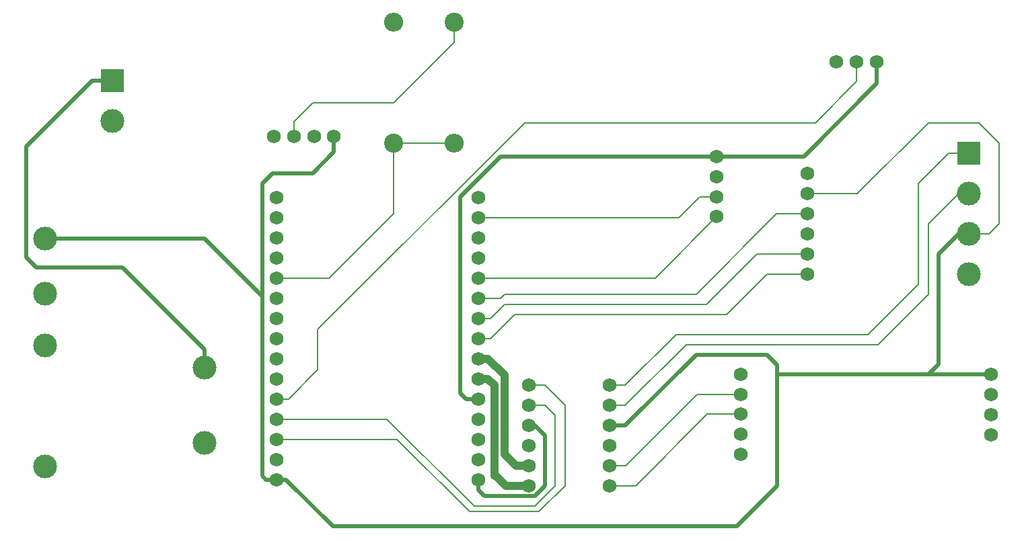
<source format=gbr>
%TF.GenerationSoftware,KiCad,Pcbnew,8.0.4*%
%TF.CreationDate,2024-11-11T21:26:13-05:00*%
%TF.ProjectId,Calidad_aire,43616c69-6461-4645-9f61-6972652e6b69,rev?*%
%TF.SameCoordinates,Original*%
%TF.FileFunction,Soldermask,Bot*%
%TF.FilePolarity,Negative*%
%FSLAX46Y46*%
G04 Gerber Fmt 4.6, Leading zero omitted, Abs format (unit mm)*
G04 Created by KiCad (PCBNEW 8.0.4) date 2024-11-11 21:26:13*
%MOMM*%
%LPD*%
G01*
G04 APERTURE LIST*
%ADD10C,3.000000*%
%ADD11R,3.000000X3.000000*%
%ADD12C,1.734000*%
%ADD13C,2.400000*%
%ADD14O,2.400000X2.400000*%
%TA.AperFunction,ComponentPad*%
%ADD15C,3.000000*%
%TD*%
%TA.AperFunction,ComponentPad*%
%ADD16R,3.000000X3.000000*%
%TD*%
%TA.AperFunction,ComponentPad*%
%ADD17C,1.530000*%
%TD*%
%TA.AperFunction,ComponentPad*%
%ADD18C,2.400000*%
%TD*%
%TA.AperFunction,ComponentPad*%
%ADD19O,2.400000X2.400000*%
%TD*%
%TA.AperFunction,Conductor*%
%ADD20C,0.500000*%
%TD*%
%TA.AperFunction,Conductor*%
%ADD21C,0.200000*%
%TD*%
%TA.AperFunction,Conductor*%
%ADD22C,1.000000*%
%TD*%
G04 APERTURE END LIST*
D10*
%TO.C,U3*%
X148375000Y-108175000D03*
X148375000Y-115075000D03*
X148375000Y-121575000D03*
X148375000Y-136875000D03*
X168475000Y-124375000D03*
X168475000Y-133875000D03*
%TD*%
D11*
%TO.C,BT1*%
X156845000Y-88265000D03*
D10*
X156845000Y-93345000D03*
%TD*%
D12*
%TO.C,A1*%
X184745000Y-95250000D03*
X177165000Y-95250000D03*
X179705000Y-95250000D03*
X182245000Y-95250000D03*
%TD*%
D11*
%TO.C,A2*%
X264635000Y-97380000D03*
D10*
X264635000Y-102460000D03*
X264635000Y-107540000D03*
X264635000Y-112620000D03*
%TD*%
D12*
%TO.C,A4*%
X232885000Y-105370000D03*
X232885000Y-102870000D03*
X232885000Y-97790000D03*
X232885000Y-100330000D03*
%TD*%
D13*
%TO.C,R1*%
X199865000Y-80870000D03*
D14*
X199865000Y-96110000D03*
%TD*%
D12*
%TO.C,J1*%
X244315000Y-102500000D03*
X244315000Y-112620000D03*
X244315000Y-107540000D03*
X244315000Y-110080000D03*
X244315000Y-105040000D03*
X244315000Y-99960000D03*
%TD*%
D13*
%TO.C,R2*%
X192245000Y-96110000D03*
D14*
X192245000Y-80870000D03*
%TD*%
D12*
%TO.C,A3*%
X267470000Y-132850000D03*
X267470000Y-130310000D03*
X235990000Y-135360000D03*
X235990000Y-132820000D03*
X235990000Y-125240000D03*
X235990000Y-127780000D03*
X235990000Y-130280000D03*
X267470000Y-125230000D03*
X267470000Y-127770000D03*
%TD*%
%TO.C,U2*%
X209265000Y-134210000D03*
X219425000Y-131710000D03*
X219425000Y-126630000D03*
X219425000Y-129170000D03*
X219425000Y-136750000D03*
X219425000Y-139290000D03*
X219425000Y-134210000D03*
X209265000Y-139290000D03*
X209265000Y-136750000D03*
X209265000Y-129130000D03*
X209265000Y-126590000D03*
X209265000Y-131670000D03*
%TD*%
%TO.C,A5*%
X253075000Y-85900000D03*
X250535000Y-85900000D03*
X247995000Y-85900000D03*
%TD*%
%TO.C,U1*%
X177560000Y-102940000D03*
X177560000Y-105480000D03*
X177560000Y-108020000D03*
X177560000Y-110560000D03*
X177560000Y-113100000D03*
X177560000Y-115640000D03*
X177560000Y-118180000D03*
X177560000Y-120720000D03*
X177560000Y-123260000D03*
X177560000Y-125800000D03*
X177560000Y-128340000D03*
X177560000Y-130880000D03*
X177560000Y-133420000D03*
X177560000Y-135960000D03*
X177560000Y-138500000D03*
X202960000Y-138500000D03*
X202960000Y-135960000D03*
X202960000Y-133420000D03*
X202960000Y-130880000D03*
X202960000Y-128340000D03*
X202960000Y-125800000D03*
X202960000Y-123260000D03*
X202960000Y-120720000D03*
X202960000Y-118180000D03*
X202960000Y-115640000D03*
X202960000Y-113100000D03*
X202960000Y-110560000D03*
X202960000Y-108020000D03*
X202960000Y-105480000D03*
X202960000Y-102940000D03*
%TD*%
D15*
%TO.P,U3,1,VOUT+*%
%TO.N,5V*%
X148375000Y-108175000D03*
%TO.P,U3,2,VOUT-*%
%TO.N,GND*%
X148375000Y-115075000D03*
%TO.P,U3,3,IN+*%
%TO.N,unconnected-(U3-IN+-Pad3)*%
X148375000Y-121575000D03*
%TO.P,U3,4,IN-*%
%TO.N,unconnected-(U3-IN--Pad4)*%
X148375000Y-136875000D03*
%TO.P,U3,5,BAT+*%
%TO.N,Net-(BT1-+)*%
X168475000Y-124375000D03*
%TO.P,U3,6,BAT-*%
%TO.N,GND*%
X168475000Y-133875000D03*
%TD*%
D16*
%TO.P,BT1,1,+*%
%TO.N,Net-(BT1-+)*%
X156845000Y-88265000D03*
D15*
%TO.P,BT1,2,-*%
%TO.N,GND*%
X156845000Y-93345000D03*
%TD*%
D17*
%TO.P,A1,1,5V*%
%TO.N,5V*%
X184745000Y-95250000D03*
%TO.P,A1,2,GND*%
%TO.N,GND*%
X177165000Y-95250000D03*
%TO.P,A1,3,DO*%
%TO.N,Net-(A1-DO)*%
X179705000Y-95250000D03*
%TO.P,A1,4,AO*%
%TO.N,unconnected-(A1-AO-Pad4)*%
X182245000Y-95250000D03*
%TD*%
D16*
%TO.P,A2,1,RX*%
%TO.N,TX0_5V*%
X264635000Y-97380000D03*
D15*
%TO.P,A2,2,TX*%
%TO.N,RX0_5V*%
X264635000Y-102460000D03*
%TO.P,A2,3,5V*%
%TO.N,5V*%
X264635000Y-107540000D03*
%TO.P,A2,4,GND*%
%TO.N,GND*%
X264635000Y-112620000D03*
%TD*%
D17*
%TO.P,A4,1,SDA*%
%TO.N,SDA*%
X232885000Y-105370000D03*
%TO.P,A4,2,SCK*%
%TO.N,SCK*%
X232885000Y-102870000D03*
%TO.P,A4,3,VCC*%
%TO.N,3.3V*%
X232885000Y-97790000D03*
%TO.P,A4,4,GND*%
%TO.N,GND*%
X232885000Y-100330000D03*
%TD*%
D18*
%TO.P,R1,1*%
%TO.N,Net-(A1-DO)*%
X199865000Y-80870000D03*
D19*
%TO.P,R1,2*%
%TO.N,AO_MQ_135*%
X199865000Y-96110000D03*
%TD*%
D17*
%TO.P,J1,1,5V*%
%TO.N,5V*%
X244315000Y-102500000D03*
%TO.P,J1,2,CS*%
%TO.N,SD_SS*%
X244315000Y-112620000D03*
%TO.P,J1,3,MOSI*%
%TO.N,SD_MOSI*%
X244315000Y-107540000D03*
%TO.P,J1,4,CLK*%
%TO.N,SD_CLK*%
X244315000Y-110080000D03*
%TO.P,J1,5,MISO*%
%TO.N,SD_MISO*%
X244315000Y-105040000D03*
%TO.P,J1,6,GND*%
%TO.N,GND*%
X244315000Y-99960000D03*
%TD*%
D18*
%TO.P,R2,1*%
%TO.N,AO_MQ_135*%
X192245000Y-96110000D03*
D19*
%TO.P,R2,2*%
%TO.N,GND*%
X192245000Y-80870000D03*
%TD*%
D17*
%TO.P,A3,*%
%TO.N,*%
X267470000Y-132850000D03*
X267470000Y-130310000D03*
X235990000Y-135360000D03*
X235990000Y-132820000D03*
X235990000Y-125240000D03*
%TO.P,A3,1,RX*%
%TO.N,TX2_5V*%
X235990000Y-127780000D03*
%TO.P,A3,2,TX*%
%TO.N,RX2_5V*%
X235990000Y-130280000D03*
%TO.P,A3,3,5V*%
%TO.N,5V*%
X267470000Y-125230000D03*
%TO.P,A3,4,GND*%
%TO.N,GND*%
X267470000Y-127770000D03*
%TD*%
%TO.P,U2,*%
%TO.N,*%
X209265000Y-134210000D03*
%TO.P,U2,1,VCCA*%
%TO.N,5V*%
X219425000Y-131710000D03*
%TO.P,U2,2,A1*%
%TO.N,TX0_5V*%
X219425000Y-126630000D03*
%TO.P,U2,3,A2*%
%TO.N,RX0_5V*%
X219425000Y-129170000D03*
%TO.P,U2,4,A3*%
%TO.N,TX2_5V*%
X219425000Y-136750000D03*
%TO.P,U2,5,A4*%
%TO.N,RX2_5V*%
X219425000Y-139290000D03*
%TO.P,U2,7,GND*%
%TO.N,GND*%
X219425000Y-134210000D03*
%TO.P,U2,10,B4*%
%TO.N,RX2_3V*%
X209265000Y-139290000D03*
%TO.P,U2,11,B3*%
%TO.N,TX2_3V*%
X209265000Y-136750000D03*
%TO.P,U2,12,B2*%
%TO.N,RX0_3V*%
X209265000Y-129130000D03*
%TO.P,U2,13,B1*%
%TO.N,TX0_3V*%
X209265000Y-126590000D03*
%TO.P,U2,14,VCCB*%
%TO.N,3.3V*%
X209265000Y-131670000D03*
%TD*%
%TO.P,A5,1,VDD*%
%TO.N,3.3V*%
X253075000Y-85900000D03*
%TO.P,A5,2,DATA*%
%TO.N,DHT_22*%
X250535000Y-85900000D03*
%TO.P,A5,3,GND*%
%TO.N,GND*%
X247995000Y-85900000D03*
%TD*%
%TO.P,U1,1,EN*%
%TO.N,unconnected-(U1-EN-Pad1)*%
X177560000Y-102940000D03*
%TO.P,U1,2,GPIO36_ADC-CH0_SENS-VP_RTC-GPIO0*%
%TO.N,unconnected-(U1-GPIO36_ADC-CH0_SENS-VP_RTC-GPIO0-Pad2)*%
X177560000Y-105480000D03*
%TO.P,U1,3,GPIO39_ADC1-CH3_SENS-VN_RTC-GPIO3*%
%TO.N,unconnected-(U1-GPIO39_ADC1-CH3_SENS-VN_RTC-GPIO3-Pad3)*%
X177560000Y-108020000D03*
%TO.P,U1,4,GPIO34_ADC1-CH6_RTC-GPIO4*%
%TO.N,unconnected-(U1-GPIO34_ADC1-CH6_RTC-GPIO4-Pad4)*%
X177560000Y-110560000D03*
%TO.P,U1,5,GPIO35_ADC1-CH7_RTC-GPIO5*%
%TO.N,AO_MQ_135*%
X177560000Y-113100000D03*
%TO.P,U1,6,GPIO32_ADC1-CH4_RTC-GPIO9*%
%TO.N,unconnected-(U1-GPIO32_ADC1-CH4_RTC-GPIO9-Pad6)*%
X177560000Y-115640000D03*
%TO.P,U1,7,GPIO33_ADC1-CH5_RTC-GPIO8*%
%TO.N,unconnected-(U1-GPIO33_ADC1-CH5_RTC-GPIO8-Pad7)*%
X177560000Y-118180000D03*
%TO.P,U1,8,GPIO25_ADC2-CH8_DAC1_RTC-GPIO6*%
%TO.N,unconnected-(U1-GPIO25_ADC2-CH8_DAC1_RTC-GPIO6-Pad8)*%
X177560000Y-120720000D03*
%TO.P,U1,9,GPIO26_ADC2-CH9_DAC2_RTC-GPIO7*%
%TO.N,unconnected-(U1-GPIO26_ADC2-CH9_DAC2_RTC-GPIO7-Pad9)*%
X177560000Y-123260000D03*
%TO.P,U1,10,GPIO27_ADC2-CH7_RTC-GPIO17*%
%TO.N,unconnected-(U1-GPIO27_ADC2-CH7_RTC-GPIO17-Pad10)*%
X177560000Y-125800000D03*
%TO.P,U1,11,GPIO14_ADC2-CH6_HSPI-CLK_RTC-GPIO16*%
%TO.N,DHT_22*%
X177560000Y-128340000D03*
%TO.P,U1,12,GPIO12_ADC2-CH5_HSPI-MISO_RTC-GPIO15*%
%TO.N,RX0_3V*%
X177560000Y-130880000D03*
%TO.P,U1,13,GPIO13_ADC2-CH4_HSPI-MOSI_RTC-GPIO14*%
%TO.N,TX0_3V*%
X177560000Y-133420000D03*
%TO.P,U1,14,GND*%
%TO.N,GND*%
X177560000Y-135960000D03*
%TO.P,U1,15,VIN*%
%TO.N,5V*%
X177560000Y-138500000D03*
%TO.P,U1,16,3V3*%
%TO.N,3.3V*%
X202960000Y-138500000D03*
%TO.P,U1,17,GND*%
%TO.N,unconnected-(U1-GND-Pad17)*%
X202960000Y-135960000D03*
%TO.P,U1,18,GPIO15_ADC2-CH3_HSPI-CS0_RTC-GPIO13*%
%TO.N,unconnected-(U1-GPIO15_ADC2-CH3_HSPI-CS0_RTC-GPIO13-Pad18)*%
X202960000Y-133420000D03*
%TO.P,U1,19,GPIO2_ADC2-CH2_RTC-GPIO12*%
%TO.N,unconnected-(U1-GPIO2_ADC2-CH2_RTC-GPIO12-Pad19)*%
X202960000Y-130880000D03*
%TO.P,U1,20,GPIO4_ADC2-CH0_RTC-GPIO10*%
%TO.N,3.3V*%
X202960000Y-128340000D03*
%TO.P,U1,21,GPIO16_UART2-RX*%
%TO.N,RX2_3V*%
X202960000Y-125800000D03*
%TO.P,U1,22,GPIO17_UART2-TX*%
%TO.N,TX2_3V*%
X202960000Y-123260000D03*
%TO.P,U1,23,GPIO5_VSPI-CS0*%
%TO.N,SD_SS*%
X202960000Y-120720000D03*
%TO.P,U1,24,GPIO18_VSPI-CLK*%
%TO.N,SD_CLK*%
X202960000Y-118180000D03*
%TO.P,U1,25,GPIO19_VSPI-MISO*%
%TO.N,SD_MISO*%
X202960000Y-115640000D03*
%TO.P,U1,26,GPIO21_I2C-SDA*%
%TO.N,SDA*%
X202960000Y-113100000D03*
%TO.P,U1,27,GPIO3__UART0-RX*%
%TO.N,unconnected-(U1-GPIO3__UART0-RX-Pad27)*%
X202960000Y-110560000D03*
%TO.P,U1,28,GPIO1_UART0-TX*%
%TO.N,unconnected-(U1-GPIO1_UART0-TX-Pad28)*%
X202960000Y-108020000D03*
%TO.P,U1,29,GPIO22_I2C-SCL*%
%TO.N,SCK*%
X202960000Y-105480000D03*
%TO.P,U1,30,GPIO23_VSPI-MOSI*%
%TO.N,SD_MOSI*%
X202960000Y-102940000D03*
%TD*%
D20*
%TO.N,3.3V*%
X201365000Y-128340000D02*
X202960000Y-128340000D01*
X200660000Y-127635000D02*
X201365000Y-128340000D01*
X200660000Y-102870000D02*
X200660000Y-127635000D01*
X205740000Y-97790000D02*
X200660000Y-102870000D01*
X232885000Y-97790000D02*
X205740000Y-97790000D01*
%TO.N,Net-(BT1-+)*%
X158115000Y-111760000D02*
X168475000Y-122120000D01*
X168475000Y-122120000D02*
X168475000Y-124375000D01*
X147320000Y-111760000D02*
X158115000Y-111760000D01*
X146050000Y-110490000D02*
X147320000Y-111760000D01*
X154305000Y-88265000D02*
X146050000Y-96520000D01*
X146050000Y-96520000D02*
X146050000Y-110490000D01*
X156845000Y-88265000D02*
X154305000Y-88265000D01*
%TO.N,5V*%
X175735000Y-115410000D02*
X175735000Y-115570000D01*
X175735000Y-115570000D02*
X175735000Y-138020000D01*
X175735000Y-101190000D02*
X175735000Y-115570000D01*
X148375000Y-108175000D02*
X168500000Y-108175000D01*
X168500000Y-108175000D02*
X175735000Y-115410000D01*
D21*
%TO.N,RX0_3V*%
X211295000Y-129130000D02*
X209265000Y-129130000D01*
X212565000Y-130400000D02*
X211295000Y-129130000D01*
X202405000Y-141830000D02*
X210025000Y-141830000D01*
X191455000Y-130880000D02*
X202405000Y-141830000D01*
X177560000Y-130880000D02*
X191455000Y-130880000D01*
X210025000Y-141830000D02*
X212565000Y-139290000D01*
X212565000Y-139290000D02*
X212565000Y-130400000D01*
%TO.N,TX0_3V*%
X201855000Y-142550000D02*
X192725000Y-133420000D01*
X192725000Y-133420000D02*
X177560000Y-133420000D01*
X210575000Y-142550000D02*
X201855000Y-142550000D01*
X213835000Y-129130000D02*
X213835000Y-139290000D01*
X213835000Y-139290000D02*
X210575000Y-142550000D01*
X211295000Y-126590000D02*
X213835000Y-129130000D01*
X209265000Y-126590000D02*
X211295000Y-126590000D01*
%TO.N,DHT_22*%
X245325000Y-93570000D02*
X208755000Y-93570000D01*
X250535000Y-88360000D02*
X245325000Y-93570000D01*
X177560000Y-128340000D02*
X179065000Y-128340000D01*
X179065000Y-128340000D02*
X182720000Y-124685000D01*
X250535000Y-85900000D02*
X250535000Y-88360000D01*
X208755000Y-93570000D02*
X182720000Y-119605000D01*
X182720000Y-124685000D02*
X182720000Y-119605000D01*
%TO.N,TX2_5V*%
X219425000Y-136750000D02*
X221455000Y-136750000D01*
X230425000Y-127780000D02*
X235990000Y-127780000D01*
X221455000Y-136750000D02*
X230425000Y-127780000D01*
%TO.N,SDA*%
X225155000Y-113100000D02*
X202960000Y-113100000D01*
X232885000Y-105370000D02*
X225155000Y-113100000D01*
%TO.N,SD_SS*%
X204465000Y-120720000D02*
X202960000Y-120720000D01*
X244315000Y-112620000D02*
X239235000Y-112620000D01*
X234155000Y-117700000D02*
X207485000Y-117700000D01*
X207485000Y-117700000D02*
X204465000Y-120720000D01*
X239235000Y-112620000D02*
X234155000Y-117700000D01*
D20*
%TO.N,3.3V*%
X253075000Y-85900000D02*
X253075000Y-88620000D01*
X211295000Y-132940000D02*
X211295000Y-139290000D01*
X203675000Y-140560000D02*
X202960000Y-139845000D01*
X210025000Y-140560000D02*
X203675000Y-140560000D01*
X253075000Y-88620000D02*
X243905000Y-97790000D01*
X209265000Y-131670000D02*
X210025000Y-131670000D01*
X202960000Y-139845000D02*
X202960000Y-138500000D01*
X211295000Y-139290000D02*
X210025000Y-140560000D01*
X243905000Y-97790000D02*
X232885000Y-97790000D01*
X210025000Y-131670000D02*
X211295000Y-132940000D01*
D21*
%TO.N,TX0_5V*%
X227805000Y-120240000D02*
X221415000Y-126630000D01*
X264635000Y-97380000D02*
X262095000Y-97380000D01*
X251935000Y-120240000D02*
X240505000Y-120240000D01*
X240505000Y-120240000D02*
X227805000Y-120240000D01*
X258285000Y-101190000D02*
X258285000Y-113890000D01*
X221415000Y-126630000D02*
X219425000Y-126630000D01*
X258285000Y-113890000D02*
X251935000Y-120240000D01*
X262095000Y-97380000D02*
X258285000Y-101190000D01*
%TO.N,RX2_5V*%
X219425000Y-139290000D02*
X222725000Y-139290000D01*
X231735000Y-130280000D02*
X235990000Y-130280000D01*
X222725000Y-139290000D02*
X231735000Y-130280000D01*
%TO.N,SD_MISO*%
X206215000Y-115160000D02*
X205735000Y-115640000D01*
X205735000Y-115640000D02*
X202960000Y-115640000D01*
X240465000Y-105040000D02*
X230345000Y-115160000D01*
X244315000Y-105040000D02*
X240465000Y-105040000D01*
X230345000Y-115160000D02*
X206215000Y-115160000D01*
%TO.N,SD_CLK*%
X237965000Y-110080000D02*
X231615000Y-116430000D01*
X204465000Y-118180000D02*
X202960000Y-118180000D01*
X231615000Y-116430000D02*
X206215000Y-116430000D01*
X244315000Y-110080000D02*
X237965000Y-110080000D01*
X206215000Y-116430000D02*
X204465000Y-118180000D01*
%TO.N,SCK*%
X232885000Y-102870000D02*
X230755000Y-102870000D01*
X228145000Y-105480000D02*
X202960000Y-105480000D01*
X230755000Y-102870000D02*
X228145000Y-105480000D01*
%TO.N,RX0_5V*%
X263365000Y-102460000D02*
X259555000Y-106270000D01*
X229075000Y-121510000D02*
X221415000Y-129170000D01*
X221415000Y-129170000D02*
X219425000Y-129170000D01*
X259555000Y-115160000D02*
X253205000Y-121510000D01*
X253205000Y-121510000D02*
X240505000Y-121510000D01*
X259555000Y-106270000D02*
X259555000Y-115160000D01*
X240505000Y-121510000D02*
X229075000Y-121510000D01*
X264635000Y-102460000D02*
X263365000Y-102460000D01*
D20*
%TO.N,5V*%
X260825000Y-123960000D02*
X259555000Y-125230000D01*
X221415000Y-131710000D02*
X230345000Y-122780000D01*
D21*
X250625000Y-102500000D02*
X244315000Y-102500000D01*
D20*
X240505000Y-139290000D02*
X235425000Y-144370000D01*
D21*
X268445000Y-106270000D02*
X268445000Y-96110000D01*
X267175000Y-107540000D02*
X268445000Y-106270000D01*
X240595000Y-125230000D02*
X240505000Y-125320000D01*
D20*
X239235000Y-122780000D02*
X240505000Y-124050000D01*
D21*
X264635000Y-107540000D02*
X263365000Y-107540000D01*
D20*
X177005000Y-99920000D02*
X175735000Y-101190000D01*
X219425000Y-131710000D02*
X221415000Y-131710000D01*
X240505000Y-125320000D02*
X240505000Y-139290000D01*
D21*
X268445000Y-96110000D02*
X265905000Y-93570000D01*
D20*
X177560000Y-138500000D02*
X178755000Y-138500000D01*
X235425000Y-144370000D02*
X184625000Y-144370000D01*
X260825000Y-110080000D02*
X260825000Y-123960000D01*
X230345000Y-122780000D02*
X239235000Y-122780000D01*
X240505000Y-124050000D02*
X240505000Y-125320000D01*
D21*
X264635000Y-107540000D02*
X267175000Y-107540000D01*
D20*
X175735000Y-138020000D02*
X176215000Y-138500000D01*
X178755000Y-138500000D02*
X184625000Y-144370000D01*
X267470000Y-125230000D02*
X259555000Y-125230000D01*
X184745000Y-97260000D02*
X182085000Y-99920000D01*
X182085000Y-99920000D02*
X177005000Y-99920000D01*
X263365000Y-107540000D02*
X260825000Y-110080000D01*
X176215000Y-138500000D02*
X177560000Y-138500000D01*
D21*
X265905000Y-93570000D02*
X259555000Y-93570000D01*
D20*
X184745000Y-95250000D02*
X184745000Y-97260000D01*
D21*
X259555000Y-93570000D02*
X250625000Y-102500000D01*
D20*
X259555000Y-125230000D02*
X240595000Y-125230000D01*
D21*
%TO.N,AO_MQ_135*%
X192245000Y-96110000D02*
X199865000Y-96110000D01*
X192245000Y-105000000D02*
X184145000Y-113100000D01*
X192245000Y-96110000D02*
X192245000Y-105000000D01*
X184145000Y-113100000D02*
X177560000Y-113100000D01*
%TO.N,Net-(A1-DO)*%
X199865000Y-83410000D02*
X192245000Y-91030000D01*
X179705000Y-93410000D02*
X179705000Y-95250000D01*
X192245000Y-91030000D02*
X182085000Y-91030000D01*
X199865000Y-80870000D02*
X199865000Y-83410000D01*
X182085000Y-91030000D02*
X179705000Y-93410000D01*
D22*
%TO.N,TX2_3V*%
X206215000Y-135330000D02*
X207635000Y-136750000D01*
X206215000Y-125320000D02*
X206215000Y-135330000D01*
X202960000Y-123260000D02*
X204155000Y-123260000D01*
X207635000Y-136750000D02*
X209265000Y-136750000D01*
X204155000Y-123260000D02*
X206215000Y-125320000D01*
%TO.N,RX2_3V*%
X202960000Y-125800000D02*
X204155000Y-125800000D01*
X206365000Y-139290000D02*
X209265000Y-139290000D01*
X204945000Y-126590000D02*
X204945000Y-138020000D01*
X205095000Y-138020000D02*
X206365000Y-139290000D01*
X204155000Y-125800000D02*
X204945000Y-126590000D01*
X204945000Y-138020000D02*
X205095000Y-138020000D01*
%TD*%
M02*

</source>
